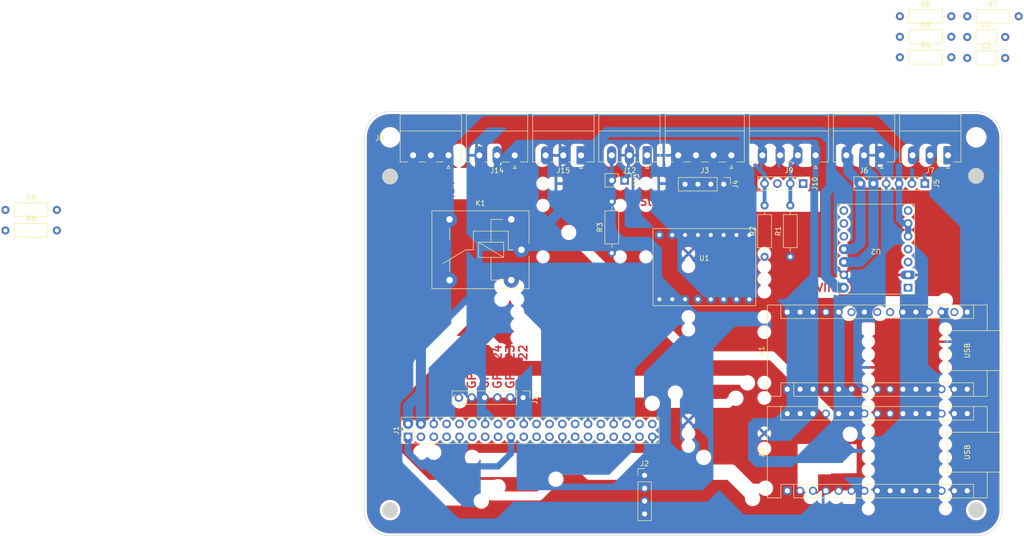
<source format=kicad_pcb>
(kicad_pcb (version 20211014) (generator pcbnew)
  (layers (0 "F.Cu" signal) (31 "B.Cu" signal) (34 "B.Paste" user) (35 "F.Paste" user) (36 "B.SilkS" user "B.Silkscreen") (37 "F.SilkS" user "F.Silkscreen") (38 "B.Mask" user) (39 "F.Mask" user) (44 "Edge.Cuts" user))
  (net 0 "")
  (net 1 "+12V")
  (net 2 "GND")
  (net 3 "+3.3V")
  (net 4 "Net-(J3-Pad1)")
  (net 5 "Net-(J3-Pad2)")
  (net 8 "+5V")
  (net 9 "Net-(J1-Pad3)")
  (net 10 "Net-(J1-Pad5)")
  (net 15 "Net-(A1-Pad5)")
  (net 18 "Net-(J5-Pad5)")
  (net 19 "Net-(J5-Pad6)")
  (net 21 "Net-(J1-Pad16)")
  (net 22 "Net-(J1-Pad18)")
  (net 30 "Net-(A1-Pad6)")
  (net 31 "Net-(J1-Pad13)")
  (net 32 "Net-(J1-Pad15)")
  (net 33 "Net-(A1-Pad8)")
  (net 34 "Net-(J1-Pad22)")
  (net 35 "Net-(A1-Pad9)")
  (net 37 "Net-(J1-Pad37)")
  (net 39 "Net-(A1-Pad10)")
  (net 41 "Net-(A1-Pad11)")
  (net 42 "Net-(A1-Pad12)")
  (net 43 "Net-(A1-Pad19)")
  (net 46 "Net-(A1-Pad15)")
  (net 75 "Net-(J1-Pad12)")
  (net 91 "Net-(J8-Pad1)")
  (net 95 "Net-(A2-Pad5)")
  (net 96 "Net-(A2-Pad6)")
  (net 97 "Net-(A2-Pad9)")
  (net 98 "Net-(A2-Pad10)")
  (net 99 "Net-(U1-Pad5)")
  (net 100 "Net-(U1-Pad6)")
  (net 101 "Net-(J5-Pad1)")
  (net 102 "Net-(J5-Pad2)")
  (net 103 "Net-(J15-Pad3)")
  (footprint "Resistor_THT:R_Axial_DIN0207_L6.3mm_D2.5mm_P10.16mm_Horizontal" (layer "F.Cu") (at 186.055 68.58 90)
    (fp_text reference "R3" (at 5.08 -2.37 90) (layer "F.SilkS"))
    (fp_text value "10k")
    (pad "1" thru_hole circle (at 0 0 90) (size 1.6 1.6) (drill 0.8) (layers *.Cu *.Mask) (net 8 "+5V"))
    (pad "2" thru_hole oval (at 10.16 0 90) (size 1.6 1.6) (drill 0.8) (layers *.Cu *.Mask) (net 39 "Net-(A1-Pad10)"))
  )
  (footprint "Resistor_THT:R_Axial_DIN0207_L6.3mm_D2.5mm_P10.16mm_Horizontal" (layer "F.Cu") (at 221.32 69.342 90)
    (fp_text reference "R1" (at 5.08 -2.37 90) (layer "F.SilkS"))
    (fp_text value "10k")
    (pad "1" thru_hole circle (at 0 0 90) (size 1.6 1.6) (drill 0.8) (layers *.Cu *.Mask) (net 8 "+5V"))
    (pad "2" thru_hole oval (at 10.16 0 90) (size 1.6 1.6) (drill 0.8) (layers *.Cu *.Mask) (net 41 "Net-(A1-Pad11)"))
  )
  (footprint "Connector_PinHeader_2.54mm:PinHeader_1x04_P2.54mm_Vertical" (layer "F.Cu") (at 208.153 54.991 -90)
    (fp_text reference "J4" (at 0 -2.33 90) (layer "F.SilkS"))
    (fp_text value "Conn_01x04_Male")
    (pad "1" thru_hole rect (at 0 0 270) (size 1.7 1.7) (drill 1) (layers *.Cu *.Mask) (net 4 "Net-(J3-Pad1)"))
    (pad "2" thru_hole oval (at 0 2.54 270) (size 1.7 1.7) (drill 1) (layers *.Cu *.Mask) (net 5 "Net-(J3-Pad2)"))
    (pad "3" thru_hole oval (at 0 5.08 270) (size 1.7 1.7) (drill 1) (layers *.Cu *.Mask) (net 99 "Net-(U1-Pad5)"))
    (pad "4" thru_hole oval (at 0 7.62 270) (size 1.7 1.7) (drill 1) (layers *.Cu *.Mask) (net 100 "Net-(U1-Pad6)"))
  )
  (footprint "Capacitor_THT:C_Axial_L3.8mm_D2.6mm_P7.50mm_Horizontal" (layer "F.Cu") (at 256.286 25.908)
    (fp_text reference "C1" (at 3.75 -2.42) (layer "F.SilkS"))
    (fp_text value "50pF")
    (pad "1" thru_hole circle (at 0 0) (size 1.6 1.6) (drill 0.8) (layers *.Cu *.Mask) (net 30 "Net-(A1-Pad6)"))
    (pad "2" thru_hole oval (at 7.5 0) (size 1.6 1.6) (drill 0.8) (layers *.Cu *.Mask) (net 2 "GND"))
  )
  (footprint "Resistor_THT:R_Axial_DIN0207_L6.3mm_D2.5mm_P10.16mm_Horizontal" (layer "F.Cu") (at 242.976 25.858)
    (fp_text reference "R5" (at 5.08 -2.37) (layer "F.SilkS"))
    (fp_text value "10k")
    (pad "1" thru_hole circle (at 0 0) (size 1.6 1.6) (drill 0.8) (layers *.Cu *.Mask) (net 2 "GND"))
    (pad "2" thru_hole oval (at 10.16 0) (size 1.6 1.6) (drill 0.8) (layers *.Cu *.Mask) (net 97 "Net-(A2-Pad9)"))
  )
  (footprint "Connector_Phoenix_MC:PhoenixContact_MC_1,5_3-G-3.5_1x03_P3.50mm_Horizontal" (layer "F.Cu") (at 179.975 49.2875 180)
    (fp_text reference "J15" (at 3.5 -3) (layer "F.SilkS"))
    (fp_text value "Conn_01x03_Male")
    (pad "1" thru_hole roundrect (at 0 0 180) (size 1.8 3.6) (drill 1.2) (layers *.Cu *.Mask) (roundrect_rratio 0.138889) (net 46 "Net-(A1-Pad15)"))
    (pad "2" thru_hole oval (at 3.5 0 180) (size 1.8 3.6) (drill 1.2) (layers *.Cu *.Mask) (net 75 "Net-(J1-Pad12)"))
    (pad "3" thru_hole oval (at 7 0 180) (size 1.8 3.6) (drill 1.2) (layers *.Cu *.Mask) (net 103 "Net-(J15-Pad3)"))
  )
  (footprint "Capacitor_THT:C_Axial_L3.8mm_D2.6mm_P7.50mm_Horizontal" (layer "F.Cu") (at 256.286 30.058)
    (fp_text reference "C2" (at 3.75 -2.42) (layer "F.SilkS"))
    (fp_text value "50pF")
    (pad "1" thru_hole circle (at 0 0) (size 1.6 1.6) (drill 0.8) (layers *.Cu *.Mask) (net 15 "Net-(A1-Pad5)"))
    (pad "2" thru_hole oval (at 7.5 0) (size 1.6 1.6) (drill 0.8) (layers *.Cu *.Mask) (net 2 "GND"))
  )
  (footprint "Connector_PinHeader_2.54mm:PinHeader_2x20_P2.54mm_Vertical" (layer "F.Cu") (at 145.796 104.902 90)
    (fp_text reference "J1" (at 1.27 -2.33 90) (layer "F.SilkS"))
    (fp_text value "Raspberry_Pi_2_3")
    (pad "1" thru_hole rect (at 0 0 90) (size 1.7 1.7) (drill 1) (layers *.Cu *.Mask) (net 3 "+3.3V"))
    (pad "2" thru_hole oval (at 2.54 0 90) (size 1.7 1.7) (drill 1) (layers *.Cu *.Mask) (net 8 "+5V"))
    (pad "3" thru_hole oval (at 0 2.54 90) (size 1.7 1.7) (drill 1) (layers *.Cu *.Mask) (net 9 "Net-(J1-Pad3)"))
    (pad "4" thru_hole oval (at 2.54 2.54 90) (size 1.7 1.7) (drill 1) (layers *.Cu *.Mask) (net 8 "+5V"))
    (pad "5" thru_hole oval (at 0 5.08 90) (size 1.7 1.7) (drill 1) (layers *.Cu *.Mask) (net 10 "Net-(J1-Pad5)"))
    (pad "6" thru_hole oval (at 2.54 5.08 90) (size 1.7 1.7) (drill 1) (layers *.Cu *.Mask) (net 2 "GND"))
    (pad "7" thru_hole oval (at 0 7.62 90) (size 1.7 1.7) (drill 1) (layers *.Cu *.Mask))
    (pad "8" thru_hole oval (at 2.54 7.62 90) (size 1.7 1.7) (drill 1) (layers *.Cu *.Mask))
    (pad "9" thru_hole oval (at 0 10.16 90) (size 1.7 1.7) (drill 1) (layers *.Cu *.Mask) (net 2 "GND"))
    (pad "10" thru_hole oval (at 2.54 10.16 90) (size 1.7 1.7) (drill 1) (layers *.Cu *.Mask))
    (pad "11" thru_hole oval (at 0 12.7 90) (size 1.7 1.7) (drill 1) (layers *.Cu *.Mask))
    (pad "12" thru_hole oval (at 2.54 12.7 90) (size 1.7 1.7) (drill 1) (layers *.Cu *.Mask) (net 75 "Net-(J1-Pad12)"))
    (pad "13" thru_hole oval (at 0 15.24 90) (size 1.7 1.7) (drill 1) (layers *.Cu *.Mask) (net 31 "Net-(J1-Pad13)"))
    (pad "14" thru_hole oval (at 2.54 15.24 90) (size 1.7 1.7) (drill 1) (layers *.Cu *.Mask) (net 2 "GND"))
    (pad "15" thru_hole oval (at 0 17.78 90) (size 1.7 1.7) (drill 1) (layers *.Cu *.Mask) (net 32 "Net-(J1-Pad15)"))
    (pad "16" thru_hole oval (at 2.54 17.78 90) (size 1.7 1.7) (drill 1) (layers *.Cu *.Mask) (net 21 "Net-(J1-Pad16)"))
    (pad "17" thru_hole oval (at 0 20.32 90) (size 1.7 1.7) (drill 1) (layers *.Cu *.Mask) (net 3 "+3.3V"))
    (pad "18" thru_hole oval (at 2.54 20.32 90) (size 1.7 1.7) (drill 1) (layers *.Cu *.Mask) (net 22 "Net-(J1-Pad18)"))
    (pad "19" thru_hole oval (at 0 22.86 90) (size 1.7 1.7) (drill 1) (layers *.Cu *.Mask))
    (pad "20" thru_hole oval (at 2.54 22.86 90) (size 1.7 1.7) (drill 1) (layers *.Cu *.Mask) (net 2 "GND"))
    (pad "21" thru_hole oval (at 0 25.4 90) (size 1.7 1.7) (drill 1) (layers *.Cu *.Mask))
    (pad "22" thru_hole oval (at 2.54 25.4 90) (size 1.7 1.7) (drill 1) (layers *.Cu *.Mask) (net 34 "Net-(J1-Pad22)"))
    (pad "23" thru_hole oval (at 0 27.94 90) (size 1.7 1.7) (drill 1) (layers *.Cu *.Mask))
    (pad "24" thru_hole oval (at 2.54 27.94 90) (size 1.7 1.7) (drill 1) (layers *.Cu *.Mask))
    (pad "25" thru_hole oval (at 0 30.48 90) (size 1.7 1.7) (drill 1) (layers *.Cu *.Mask) (net 2 "GND"))
    (pad "26" thru_hole oval (at 2.54 30.48 90) (size 1.7 1.7) (drill 1) (layers *.Cu *.Mask))
    (pad "27" thru_hole oval (at 0 33.02 90) (size 1.7 1.7) (drill 1) (layers *.Cu *.Mask))
    (pad "28" thru_hole oval (at 2.54 33.02 90) (size 1.7 1.7) (drill 1) (layers *.Cu *.Mask))
    (pad "29" thru_hole oval (at 0 35.56 90) (size 1.7 1.7) (drill 1) (layers *.Cu *.Mask))
    (pad "30" thru_hole oval (at 2.54 35.56 90) (size 1.7 1.7) (drill 1) (layers *.Cu *.Mask) (net 2 "GND"))
    (pad "31" thru_hole oval (at 0 38.1 90) (size 1.7 1.7) (drill 1) (layers *.Cu *.Mask))
    (pad "32" thru_hole oval (at 2.54 38.1 90) (size 1.7 1.7) (drill 1) (layers *.Cu *.Mask))
    (pad "33" thru_hole oval (at 0 40.64 90) (size 1.7 1.7) (drill 1) (layers *.Cu *.Mask))
    (pad "34" thru_hole oval (at 2.54 40.64 90) (size 1.7 1.7) (drill 1) (layers *.Cu *.Mask) (net 2 "GND"))
    (pad "35" thru_hole oval (at 0 43.18 90) (size 1.7 1.7) (drill 1) (layers *.Cu *.Mask))
    (pad "36" thru_hole oval (at 2.54 43.18 90) (size 1.7 1.7) (drill 1) (layers *.Cu *.Mask))
    (pad "37" thru_hole oval (at 0 45.72 90) (size 1.7 1.7) (drill 1) (layers *.Cu *.Mask) (net 37 "Net-(J1-Pad37)"))
    (pad "38" thru_hole oval (at 2.54 45.72 90) (size 1.7 1.7) (drill 1) (layers *.Cu *.Mask))
    (pad "39" thru_hole oval (at 0 48.26 90) (size 1.7 1.7) (drill 1) (layers *.Cu *.Mask) (net 2 "GND"))
    (pad "40" thru_hole oval (at 2.54 48.26 90) (size 1.7 1.7) (drill 1) (layers *.Cu *.Mask))
  )
  (footprint "Resistor_THT:R_Axial_DIN0207_L6.3mm_D2.5mm_P10.16mm_Horizontal" (layer "F.Cu") (at 256.286 21.808)
    (fp_text reference "R7" (at 5.08 -2.37) (layer "F.SilkS"))
    (fp_text value "2R2")
    (pad "1" thru_hole circle (at 0 0) (size 1.6 1.6) (drill 0.8) (layers *.Cu *.Mask) (net 15 "Net-(A1-Pad5)"))
    (pad "2" thru_hole oval (at 10.16 0) (size 1.6 1.6) (drill 0.8) (layers *.Cu *.Mask) (net 101 "Net-(J5-Pad1)"))
  )
  (footprint "Relay_THT:Relay_SPDT_Finder_36.11" (layer "F.Cu") (at 168.197 67.945 180)
    (fp_text reference "K1" (at 8.1 9.2) (layer "F.SilkS"))
    (fp_text value "FINDER-36.11")
    (pad "11" thru_hole circle (at 0 0 180) (size 3 3) (drill 1.3) (layers *.Cu *.Mask) (net 1 "+12V"))
    (pad "12" thru_hole circle (at 14.2 -6 180) (size 3 3) (drill 1.3) (layers *.Cu *.Mask) (net 2 "GND"))
    (pad "14" thru_hole circle (at 14.2 6 180) (size 3 3) (drill 1.3) (layers *.Cu *.Mask) (net 91 "Net-(J8-Pad1)"))
    (pad "A1" thru_hole circle (at 2 6 180) (size 3 3) (drill 1.3) (layers *.Cu *.Mask) (net 103 "Net-(J15-Pad3)"))
    (pad "A2" thru_hole circle (at 2 -6 180) (size 3 3) (drill 1.3) (layers *.Cu *.Mask) (net 2 "GND"))
  )
  (footprint "Connector_Phoenix_MC:PhoenixContact_MC_1,5_3-G-3.5_1x03_P3.50mm_Horizontal" (layer "F.Cu") (at 153.797 49.276 180)
    (fp_text reference "J8" (at 13.605 3.4) (layer "F.SilkS"))
    (fp_text value "Conn_01x03_Male")
    (pad "1" thru_hole roundrect (at 0 0 180) (size 1.8 3.6) (drill 1.2) (layers *.Cu *.Mask) (roundrect_rratio 0.1388888889) (net 91 "Net-(J8-Pad1)"))
    (pad "2" thru_hole oval (at 3.5 0 180) (size 1.8 3.6) (drill 1.2) (layers *.Cu *.Mask) (net 2 "GND"))
    (pad "3" thru_hole oval (at 7 0 180) (size 1.8 3.6) (drill 1.2) (layers *.Cu *.Mask) (net 8 "+5V"))
  )
  (footprint "Connector_Phoenix_MC:PhoenixContact_MC_1,5_4-G-3.5_1x04_P3.50mm_Horizontal" (layer "F.Cu") (at 226.314 49.276 180)
    (fp_text reference "J9" (at 5.25 -3) (layer "F.SilkS"))
    (fp_text value "Conn_01x04_Male")
    (pad "1" thru_hole roundrect (at 0 0 180) (size 1.8 3.6) (drill 1.2) (layers *.Cu *.Mask) (roundrect_rratio 0.1388888889) (net 2 "GND"))
    (pad "2" thru_hole oval (at 3.5 0 180) (size 1.8 3.6) (drill 1.2) (layers *.Cu *.Mask) (net 41 "Net-(A1-Pad11)"))
    (pad "3" thru_hole oval (at 7 0 180) (size 1.8 3.6) (drill 1.2) (layers *.Cu *.Mask) (net 2 "GND"))
    (pad "4" thru_hole oval (at 10.5 0 180) (size 1.8 3.6) (drill 1.2) (layers *.Cu *.Mask) (net 42 "Net-(A1-Pad12)"))
  )
  (footprint "Resistor_THT:R_Axial_DIN0207_L6.3mm_D2.5mm_P10.16mm_Horizontal" (layer "F.Cu") (at 66.24 60.077)
    (fp_text reference "R9" (at 5.08 -2.37) (layer "F.SilkS"))
    (fp_text value "10k")
    (pad "1" thru_hole circle (at 0 0) (size 1.6 1.6) (drill 0.8) (layers *.Cu *.Mask) (net 2 "GND"))
    (pad "2" thru_hole oval (at 10.16 0) (size 1.6 1.6) (drill 0.8) (layers *.Cu *.Mask) (net 75 "Net-(J1-Pad12)"))
  )
  (footprint "Resistor_THT:R_Axial_DIN0207_L6.3mm_D2.5mm_P10.16mm_Horizontal" (layer "F.Cu") (at 216.24 69.342 90)
    (fp_text reference "R2" (at 5.08 -2.37 90) (layer "F.SilkS"))
    (fp_text value "10k")
    (pad "1" thru_hole circle (at 0 0 90) (size 1.6 1.6) (drill 0.8) (layers *.Cu *.Mask) (net 8 "+5V"))
    (pad "2" thru_hole oval (at 10.16 0 90) (size 1.6 1.6) (drill 0.8) (layers *.Cu *.Mask) (net 42 "Net-(A1-Pad12)"))
  )
  (footprint "Connector_Phoenix_MC:PhoenixContact_MC_1,5_3-G-3.5_1x03_P3.50mm_Horizontal" (layer "F.Cu") (at 239.395 49.276 180)
    (fp_text reference "J6" (at 3.5 -3) (layer "F.SilkS"))
    (fp_text value "Conn_01x03_Male")
    (pad "1" thru_hole roundrect (at 0 0 180) (size 1.8 3.6) (drill 1.2) (layers *.Cu *.Mask) (roundrect_rratio 0.1388888889) (net 2 "GND"))
    (pad "2" thru_hole oval (at 3.5 0 180) (size 1.8 3.6) (drill 1.2) (layers *.Cu *.Mask) (net 18 "Net-(J5-Pad5)"))
    (pad "3" thru_hole oval (at 7 0 180) (size 1.8 3.6) (drill 1.2) (layers *.Cu *.Mask) (net 19 "Net-(J5-Pad6)"))
  )
  (footprint "Connector_PinHeader_2.54mm:PinHeader_1x02_P2.54mm_Vertical" (layer "F.Cu") (at 188.595 54.229 -90)
    (fp_text reference "J13" (at 0 -2.33 90) (layer "F.SilkS"))
    (fp_text value "Conn_01x02_Male")
    (pad "1" thru_hole rect (at 0 0 270) (size 1.7 1.7) (drill 1) (layers *.Cu *.Mask) (net 2 "GND"))
    (pad "2" thru_hole oval (at 0 2.54 270) (size 1.7 1.7) (drill 1) (layers *.Cu *.Mask) (net 39 "Net-(A1-Pad10)"))
  )
  (footprint "Connector_PinHeader_2.54mm:PinHeader_1x06_P2.54mm_Vertical" (layer "F.Cu") (at 247.904 54.864 -90)
    (fp_text reference "J5" (at 0 -2.33 -270) (layer "F.SilkS"))
    (fp_text value "Conn_01x06_Male")
    (pad "1" thru_hole rect (at 0 0 270) (size 1.7 1.7) (drill 1) (layers *.Cu *.Mask) (net 101 "Net-(J5-Pad1)"))
    (pad "2" thru_hole oval (at 0 2.54 270) (size 1.7 1.7) (drill 1) (layers *.Cu *.Mask) (net 102 "Net-(J5-Pad2)"))
    (pad "3" thru_hole oval (at 0 5.08 270) (size 1.7 1.7) (drill 1) (layers *.Cu *.Mask) (net 8 "+5V"))
    (pad "4" thru_hole oval (at 0 7.62 270) (size 1.7 1.7) (drill 1) (layers *.Cu *.Mask) (net 2 "GND"))
    (pad "5" thru_hole oval (at 0 10.16 270) (size 1.7 1.7) (drill 1) (layers *.Cu *.Mask) (net 18 "Net-(J5-Pad5)"))
    (pad "6" thru_hole oval (at 0 12.7 270) (size 1.7 1.7) (drill 1) (layers *.Cu *.Mask) (net 19 "Net-(J5-Pad6)"))
  )
  (footprint "Connector_PinHeader_2.54mm:PinHeader_1x06_P2.54mm_Vertical" (layer "F.Cu") (at 168.529 97.155 -90)
    (fp_text reference "J11" (at 0 -2.33 90) (layer "F.SilkS"))
    (fp_text value "Conn_01x06_Male")
    (pad "1" thru_hole rect (at 0 0 270) (size 1.7 1.7) (drill 1) (layers *.Cu *.Mask) (net 32 "Net-(J1-Pad15)"))
    (pad "2" thru_hole oval (at 0 2.54 270) (size 1.7 1.7) (drill 1) (layers *.Cu *.Mask) (net 21 "Net-(J1-Pad16)"))
    (pad "3" thru_hole oval (at 0 5.08 270) (size 1.7 1.7) (drill 1) (layers *.Cu *.Mask) (net 22 "Net-(J1-Pad18)"))
    (pad "4" thru_hole oval (at 0 7.62 270) (size 1.7 1.7) (drill 1) (layers *.Cu *.Mask) (net 34 "Net-(J1-Pad22)"))
    (pad "5" thru_hole oval (at 0 10.16 270) (size 1.7 1.7) (drill 1) (layers *.Cu *.Mask) (net 37 "Net-(J1-Pad37)"))
    (pad "6" thru_hole oval (at 0 12.7 270) (size 1.7 1.7) (drill 1) (layers *.Cu *.Mask) (net 31 "Net-(J1-Pad13)"))
  )
  (footprint "Connector_PinHeader_2.54mm:PinHeader_1x04_P2.54mm_Vertical" (layer "F.Cu") (at 223.86 54.864 -90)
    (fp_text reference "J10" (at 0 -2.33 90) (layer "F.SilkS"))
    (fp_text value "Conn_01x04_Male")
    (pad "1" thru_hole rect (at 0 0 270) (size 1.7 1.7) (drill 1) (layers *.Cu *.Mask) (net 2 "GND"))
    (pad "2" thru_hole oval (at 0 2.54 270) (size 1.7 1.7) (drill 1) (layers *.Cu *.Mask) (net 41 "Net-(A1-Pad11)"))
    (pad "3" thru_hole oval (at 0 5.08 270) (size 1.7 1.7) (drill 1) (layers *.Cu *.Mask) (net 2 "GND"))
    (pad "4" thru_hole oval (at 0 7.62 270) (size 1.7 1.7) (drill 1) (layers *.Cu *.Mask) (net 42 "Net-(A1-Pad12)"))
  )
  (footprint "Resistor_THT:R_Axial_DIN0207_L6.3mm_D2.5mm_P10.16mm_Horizontal" (layer "F.Cu") (at 242.976 21.808)
    (fp_text reference "R6" (at 5.08 -2.37) (layer "F.SilkS"))
    (fp_text value "2R2")
    (pad "1" thru_hole circle (at 0 0) (size 1.6 1.6) (drill 0.8) (layers *.Cu *.Mask) (net 30 "Net-(A1-Pad6)"))
    (pad "2" thru_hole oval (at 10.16 0) (size 1.6 1.6) (drill 0.8) (layers *.Cu *.Mask) (net 102 "Net-(J5-Pad2)"))
  )
  (footprint "Connector_Phoenix_MC:PhoenixContact_MC_1,5_3-G-3.5_1x03_P3.50mm_Horizontal" (layer "F.Cu") (at 166.878 49.2875 180)
    (fp_text reference "J14" (at 3.5 -3) (layer "F.SilkS"))
    (fp_text value "Conn_01x03_Male")
    (pad "1" thru_hole roundrect (at 0 0 180) (size 1.8 3.6) (drill 1.2) (layers *.Cu *.Mask) (roundrect_rratio 0.138889) (net 3 "+3.3V"))
    (pad "2" thru_hole oval (at 3.5 0 180) (size 1.8 3.6) (drill 1.2) (layers *.Cu *.Mask) (net 8 "+5V"))
    (pad "3" thru_hole oval (at 7 0 180) (size 1.8 3.6) (drill 1.2) (layers *.Cu *.Mask) (net 8 "+5V"))
  )
  (footprint "Custom:DRV8874 Single Brushed DC Motor Driver" (layer "F.Cu") (at 244.602 75.438 180)
    (fp_text reference "U2" (at 6.35 7.16 180 unlocked) (layer "F.SilkS"))
    (fp_text value "DRV8874_Single_Brushed_DC_Motor_Driver")
    (pad "1" thru_hole rect (at 0 0 180) (size 1.7 1.524) (drill 1) (layers *.Cu *.Mask))
    (pad "2" thru_hole oval (at 0 2.54 180) (size 3 1.7) (drill 1) (layers *.Cu *.Mask) (net 2 "GND"))
    (pad "3" thru_hole circle (at 0 5.08 180) (size 1.7 1.7) (drill 1) (layers *.Cu *.Mask) (net 35 "Net-(A1-Pad9)"))
    (pad "4" thru_hole circle (at 0 7.62 180) (size 1.7 1.7) (drill 1) (layers *.Cu *.Mask) (net 33 "Net-(A1-Pad8)"))
    (pad "5" thru_hole circle (at 0 10.16 180) (size 1.7 1.7) (drill 1) (layers *.Cu *.Mask) (net 8 "+5V"))
    (pad "6" thru_hole circle (at 0 12.7 180) (size 1.7 1.7) (drill 1) (layers *.Cu *.Mask) (net 8 "+5V"))
    (pad "7" thru_hole circle (at 0 15.24 180) (size 1.7 1.7) (drill 1) (layers *.Cu *.Mask))
    (pad "8" thru_hole circle (at 12.7 15.24 180) (size 1.7 1.7) (drill 1) (layers *.Cu *.Mask) (net 43 "Net-(A1-Pad19)"))
    (pad "9" thru_hole circle (at 12.7 12.7 180) (size 1.7 1.7) (drill 1) (layers *.Cu *.Mask))
    (pad "10" thru_hole circle (at 12.7 10.16 180) (size 1.7 1.7) (drill 1) (layers *.Cu *.Mask))
    (pad "11" thru_hole circle (at 12.7 7.62 180) (size 1.7 1.7) (drill 1) (layers *.Cu *.Mask) (net 19 "Net-(J5-Pad6)"))
    (pad "12" thru_hole circle (at 12.7 5.08 180) (size 1.7 1.7) (drill 1) (layers *.Cu *.Mask) (net 18 "Net-(J5-Pad5)"))
    (pad "13" thru_hole circle (at 12.7 2.54 180) (size 1.7 1.7) (drill 1) (layers *.Cu *.Mask) (net 2 "GND"))
    (pad "14" thru_hole circle (at 12.7 0 180) (size 1.7 1.7) (drill 1) (layers *.Cu *.Mask) (net 1 "+12V"))
  )
  (footprint "Connector_PinHeader_2.54mm:PinHeader_1x04_P2.54mm_Vertical" (layer "F.Cu") (at 192.532 112.522)
    (fp_text reference "J2" (at 0 -2.33) (layer "F.SilkS"))
    (fp_text value "Conn_01x04_Male")
    (pad "1" thru_hole rect (at 0 0) (size 1.7 1.7) (drill 1) (layers *.Cu *.Mask) (net 10 "Net-(J1-Pad5)"))
    (pad "2" thru_hole oval (at 0 2.54) (size 1.7 1.7) (drill 1) (layers *.Cu *.Mask) (net 9 "Net-(J1-Pad3)"))
    (pad "3" thru_hole oval (at 0 5.08) (size 1.7 1.7) (drill 1) (layers *.Cu *.Mask) (net 2 "GND"))
    (pad "4" thru_hole oval (at 0 7.62) (size 1.7 1.7) (drill 1) (layers *.Cu *.Mask) (net 3 "+3.3V"))
  )
  (footprint "Module:Arduino_Nano" (layer "F.Cu") (at 220.726 95.494 90)
    (fp_text reference "A1" (at 7.62 -5.08 90) (layer "F.SilkS"))
    (fp_text value "Arduino_Nano_v2.x")
    (fp_text user "USB" (at 7.62 35.56 90 unlocked) (layer "F.SilkS"))
    (pad "1" thru_hole rect (at 0 0 90) (size 1.6 1.6) (drill 1) (layers *.Cu *.Mask))
    (pad "2" thru_hole oval (at 0 2.54 90) (size 1.6 1.6) (drill 1) (layers *.Cu *.Mask))
    (pad "3" thru_hole oval (at 0 5.08 90) (size 1.6 1.6) (drill 1) (layers *.Cu *.Mask))
    (pad "4" thru_hole oval (at 0 7.62 90) (size 1.6 1.6) (drill 1) (layers *.Cu *.Mask) (net 2 "GND"))
    (pad "5" thru_hole oval (at 0 10.16 90) (size 1.6 1.6) (drill 1) (layers *.Cu *.Mask) (net 15 "Net-(A1-Pad5)"))
    (pad "6" thru_hole oval (at 0 12.7 90) (size 1.6 1.6) (drill 1) (layers *.Cu *.Mask) (net 30 "Net-(A1-Pad6)"))
    (pad "7" thru_hole oval (at 0 15.24 90) (size 1.6 1.6) (drill 1) (layers *.Cu *.Mask))
    (pad "8" thru_hole oval (at 0 17.78 90) (size 1.6 1.6) (drill 1) (layers *.Cu *.Mask) (net 33 "Net-(A1-Pad8)"))
    (pad "9" thru_hole oval (at 0 20.32 90) (size 1.6 1.6) (drill 1) (layers *.Cu *.Mask) (net 35 "Net-(A1-Pad9)"))
    (pad "10" thru_hole oval (at 0 22.86 90) (size 1.6 1.6) (drill 1) (layers *.Cu *.Mask) (net 39 "Net-(A1-Pad10)"))
    (pad "11" thru_hole oval (at 0 25.4 90) (size 1.6 1.6) (drill 1) (layers *.Cu *.Mask) (net 41 "Net-(A1-Pad11)"))
    (pad "12" thru_hole oval (at 0 27.94 90) (size 1.6 1.6) (drill 1) (layers *.Cu *.Mask) (net 42 "Net-(A1-Pad12)"))
    (pad "13" thru_hole oval (at 0 30.48 90) (size 1.6 1.6) (drill 1) (layers *.Cu *.Mask))
    (pad "14" thru_hole oval (at 0 33.02 90) (size 1.6 1.6) (drill 1) (layers *.Cu *.Mask))
    (pad "15" thru_hole oval (at 0 35.56 90) (size 1.6 1.6) (drill 1) (layers *.Cu *.Mask) (net 46 "Net-(A1-Pad15)"))
    (pad "16" thru_hole oval (at 15.24 35.56 90) (size 1.6 1.6) (drill 1) (layers *.Cu *.Mask))
    (pad "17" thru_hole oval (at 15.24 33.02 90) (size 1.6 1.6) (drill 1) (layers *.Cu *.Mask))
    (pad "18" thru_hole oval (at 15.24 30.48 90) (size 1.6 1.6) (drill 1) (layers *.Cu *.Mask))
    (pad "19" thru_hole oval (at 15.24 27.94 90) (size 1.6 1.6) (drill 1) (layers *.Cu *.Mask) (net 43 "Net-(A1-Pad19)"))
    (pad "20" thru_hole oval (at 15.24 25.4 90) (size 1.6 1.6) (drill 1) (layers *.Cu *.Mask))
    (pad "21" thru_hole oval (at 15.24 22.86 90) (size 1.6 1.6) (drill 1) (layers *.Cu *.Mask))
    (pad "22" thru_hole oval (at 15.24 20.32 90) (size 1.6 1.6) (drill 1) (layers *.Cu *.Mask))
    (pad "23" thru_hole oval (at 15.24 17.78 90) (size 1.6 1.6) (drill 1) (layers *.Cu *.Mask))
    (pad "24" thru_hole oval (at 15.24 15.24 90) (size 1.6 1.6) (drill 1) (layers *.Cu *.Mask))
    (pad "25" thru_hole oval (at 15.24 12.7 90) (size 1.6 1.6) (drill 1) (layers *.Cu *.Mask))
    (pad "26" thru_hole oval (at 15.24 10.16 90) (size 1.6 1.6) (drill 1) (layers *.Cu *.Mask))
    (pad "27" thru_hole oval (at 15.24 7.62 90) (size 1.6 1.6) (drill 1) (layers *.Cu *.Mask) (net 8 "+5V"))
    (pad "28" thru_hole oval (at 15.24 5.08 90) (size 1.6 1.6) (drill 1) (layers *.Cu *.Mask))
    (pad "29" thru_hole oval (at 15.24 2.54 90) (size 1.6 1.6) (drill 1) (layers *.Cu *.Mask) (net 2 "GND"))
    (pad "30" thru_hole oval (at 15.24 0 90) (size 1.6 1.6) (drill 1) (layers *.Cu *.Mask))
  )
  (footprint "Connector_Phoenix_MC:PhoenixContact_MC_1,5_3-G-3.5_1x03_P3.50mm_Horizontal" (layer "F.Cu") (at 252.476 49.276 180)
    (fp_text reference "J7" (at 3.5 -3) (layer "F.SilkS"))
    (fp_text value "Conn_01x03_Male")
    (pad "1" thru_hole roundrect (at 0 0 180) (size 1.8 3.6) (drill 1.2) (layers *.Cu *.Mask) (roundrect_rratio 0.1388888889) (net 101 "Net-(J5-Pad1)"))
    (pad "2" thru_hole oval (at 3.5 0 180) (size 1.8 3.6) (drill 1.2) (layers *.Cu *.Mask) (net 102 "Net-(J5-Pad2)"))
    (pad "3" thru_hole oval (at 7 0 180) (size 1.8 3.6) (drill 1.2) (layers *.Cu *.Mask) (net 8 "+5V"))
  )
  (footprint "Custom:TMC2208 - Driverboard" (layer "F.Cu") (at 218.313 71.374 -90)
    (fp_text reference "U1" (at -1.77 13.97 unlocked) (layer "F.SilkS"))
    (fp_text value "TMC2208_-_Driver_board")
    (pad "1" thru_hole rect (at -6.35 5.08 270) (size 1.7 1.7) (drill 0.8) (layers *.Cu *.Mask) (net 1 "+12V"))
    (pad "2" thru_hole circle (at -6.35 7.62 270) (size 1.7 1.7) (drill 0.8) (layers *.Cu *.Mask) (net 2 "GND"))
    (pad "3" thru_hole circle (at -6.35 10.16 270) (size 1.7 1.7) (drill 0.8) (layers *.Cu *.Mask) (net 4 "Net-(J3-Pad1)"))
    (pad "4" thru_hole circle (at -6.35 12.7 270) (size 1.7 1.7) (drill 0.8) (layers *.Cu *.Mask) (net 5 "Net-(J3-Pad2)"))
    (pad "5" thru_hole circle (at -6.35 15.24 270) (size 1.7 1.7) (drill 0.8) (layers *.Cu *.Mask) (net 99 "Net-(U1-Pad5)"))
    (pad "6" thru_hole circle (at -6.35 17.78 270) (size 1.7 1.7) (drill 0.8) (layers *.Cu *.Mask) (net 100 "Net-(U1-Pad6)"))
    (pad "7" thru_hole circle (at -6.35 20.32 270) (size 1.7 1.7) (drill 0.8) (layers *.Cu *.Mask) (net 8 "+5V"))
    (pad "8" thru_hole circle (at -6.35 22.86 270) (size 1.7 1.7) (drill 0.8) (layers *.Cu *.Mask) (net 2 "GND"))
    (pad "9" thru_hole circle (at 6.35 22.86 270) (size 1.7 1.7) (drill 0.8) (layers *.Cu *.Mask) (net 95 "Net-(A2-Pad5)"))
    (pad "10" thru_hole circle (at 6.35 20.32 270) (size 1.7 1.7) (drill 0.8) (layers *.Cu *.Mask) (net 96 "Net-(A2-Pad6)"))
    (pad "11" thru_hole circle (at 6.35 17.78 270) (size 1.7 1.7) (drill 0.8) (layers *.Cu *.Mask))
    (pad "12" thru_hole circle (at 6.35 15.24 270) (size 1.7 1.7) (drill 0.8) (layers *.Cu *.Mask))
    (pad "13" thru_hole circle (at 6.35 12.7 270) (size 1.7 1.7) (drill 0.8) (layers *.Cu *.Mask))
    (pad "14" thru_hole circle (at 6.35 10.16 270) (size 1.7 1.7) (drill 0.8) (layers *.Cu *.Mask) (net 97 "Net-(A2-Pad9)"))
    (pad "15" thru_hole circle (at 6.35 7.62 270) (size 1.7 1.7) (drill 0.8) (layers *.Cu *.Mask) (net 98 "Net-(A2-Pad10)"))
    (pad "16" thru_hole circle (at 6.35 5.08 270) (size 1.7 1.7) (drill 0.8) (layers *.Cu *.Mask) (net 2 "GND"))
  )
  (footprint "Connector_Phoenix_MC:PhoenixContact_MC_1,5_4-G-3.5_1x04_P3.50mm_Horizontal" (layer "F.Cu") (at 209.677 49.276 180)
    (fp_text reference "J3" (at 5.25 -3) (layer "F.SilkS"))
    (fp_text value "Conn_01x04_Male")
    (pad "1" thru_hole roundrect (at 0 0 180) (size 1.8 3.6) (drill 1.2) (layers *.Cu *.Mask) (roundrect_rratio 0.1388888889) (net 4 "Net-(J3-Pad1)"))
    (pad "2" thru_hole oval (at 3.5 0 180) (size 1.8 3.6) (drill 1.2) (layers *.Cu *.Mask) (net 5 "Net-(J3-Pad2)"))
    (pad "3" thru_hole oval (at 7 0 180) (size 1.8 3.6) (drill 1.2) (layers *.Cu *.Mask) (net 99 "Net-(U1-Pad5)"))
    (pad "4" thru_hole oval (at 10.5 0 180) (size 1.8 3.6) (drill 1.2) (layers *.Cu *.Mask) (net 100 "Net-(U1-Pad6)"))
  )
  (footprint "Resistor_THT:R_Axial_DIN0207_L6.3mm_D2.5mm_P10.16mm_Horizontal" (layer "F.Cu") (at 242.976 29.908)
    (fp_text reference "R4" (at 5.08 -2.37) (layer "F.SilkS"))
    (fp_text value "10k")
    (pad "1" thru_hole circle (at 0 0) (size 1.6 1.6) (drill 0.8) (layers *.Cu *.Mask) (net 2 "GND"))
    (pad "2" thru_hole oval (at 10.16 0) (size 1.6 1.6) (drill 0.8) (layers *.Cu *.Mask) (net 98 "Net-(A2-Pad10)"))
  )
  (footprint "Module:Arduino_Nano" (layer "F.Cu") (at 220.726 115.56 90)
    (fp_text reference "A2" (at 7.62 -5.08 90) (layer "F.SilkS"))
    (fp_text value "Arduino_Nano_v2.x")
    (fp_text user "USB" (at 7.62 35.56 90 unlocked) (layer "F.SilkS"))
    (pad "1" thru_hole rect (at 0 0 90) (size 1.6 1.6) (drill 1) (layers *.Cu *.Mask))
    (pad "2" thru_hole oval (at 0 2.54 90) (size 1.6 1.6) (drill 1) (layers *.Cu *.Mask))
    (pad "3" thru_hole oval (at 0 5.08 90) (size 1.6 1.6) (drill 1) (layers *.Cu *.Mask))
    (pad "4" thru_hole oval (at 0 7.62 90) (size 1.6 1.6) (drill 1) (layers *.Cu *.Mask) (net 2 "GND"))
    (pad "5" thru_hole oval (at 0 10.16 90) (size 1.6 1.6) (drill 1) (layers *.Cu *.Mask) (net 95 "Net-(A2-Pad5)"))
    (pad "6" thru_hole oval (at 0 12.7 90) (size 1.6 1.6) (drill 1) (layers *.Cu *.Mask) (net 96 "Net-(A2-Pad6)"))
    (pad "7" thru_hole oval (at 0 15.24 90) (size 1.6 1.6) (drill 1) (layers *.Cu *.Mask))
    (pad "8" thru_hole oval (at 0 17.78 90) (size 1.6 1.6) (drill 1) (layers *.Cu *.Mask))
    (pad "9" thru_hole oval (at 0 20.32 90) (size 1.6 1.6) (drill 1) (layers *.Cu *.Mask) (net 97 "Net-(A2-Pad9)"))
    (pad "10" thru_hole oval (at 0 22.86 90) (size 1.6 1.6) (drill 1) (layers *.Cu *.Mask) (net 98 "Net-(A2-Pad10)"))
    (pad "11" thru_hole oval (at 0 25.4 90) (size 1.6 1.6) (drill 1) (layers *.Cu *.Mask))
    (pad "12" thru_hole oval (at 0 27.94 90) (size 1.6 1.6) (drill 1) (layers *.Cu *.Mask))
    (pad "13" thru_hole oval (at 0 30.48 90) (size 1.6 1.6) (drill 1) (layers *.Cu *.Mask))
    (pad "14" thru_hole oval (at 0 33.02 90) (size 1.6 1.6) (drill 1) (layers *.Cu *.Mask))
    (pad "15" thru_hole oval (at 0 35.56 90) (size 1.6 1.6) (drill 1) (layers *.Cu *.Mask) (net 46 "Net-(A1-Pad15)"))
    (pad "16" thru_hole oval (at 15.24 35.56 90) (size 1.6 1.6) (drill 1) (layers *.Cu *.Mask))
    (pad "17" thru_hole oval (at 15.24 33.02 90) (size 1.6 1.6) (drill 1) (layers *.Cu *.Mask))
    (pad "18" thru_hole oval (at 15.24 30.48 90) (size 1.6 1.6) (drill 1) (layers *.Cu *.Mask))
    (pad "19" thru_hole oval (at 15.24 27.94 90) (size 1.6 1.6) (drill 1) (layers *.Cu *.Mask))
    (pad "20" thru_hole oval (at 15.24 25.4 90) (size 1.6 1.6) (drill 1) (layers *.Cu *.Mask))
    (pad "21" thru_hole oval (at 15.24 22.86 90) (size 1.6 1.6) (drill 1) (layers *.Cu *.Mask))
    (pad "22" thru_hole oval (at 15.24 20.32 90) (size 1.6 1.6) (drill 1) (layers *.Cu *.Mask))
    (pad "23" thru_hole oval (at 15.24 17.78 90) (size 1.6 1.6) (drill 1) (layers *.Cu *.Mask))
    (pad "24" thru_hole oval (at 15.24 15.24 90) (size 1.6 1.6) (drill 1) (layers *.Cu *.Mask))
    (pad "25" thru_hole oval (at 15.24 12.7 90) (size 1.6 1.6) (drill 1) (layers *.Cu *.Mask))
    (pad "26" thru_hole oval (at 15.24 10.16 90) (size 1.6 1.6) (drill 1) (layers *.Cu *.Mask))
    (pad "27" thru_hole oval (at 15.24 7.62 90) (size 1.6 1.6) (drill 1) (layers *.Cu *.Mask) (net 8 "+5V"))
    (pad "28" thru_hole oval (at 15.24 5.08 90) (size 1.6 1.6) (drill 1) (layers *.Cu *.Mask))
    (pad "29" thru_hole oval (at 15.24 2.54 90) (size 1.6 1.6) (drill 1) (layers *.Cu *.Mask) (net 2 "GND"))
    (pad "30" thru_hole oval (at 15.24 0 90) (size 1.6 1.6) (drill 1) (layers *.Cu *.Mask))
  )
  (footprint "Connector_Phoenix_MC:PhoenixContact_MC_1,5_3-G-3.5_1x03_P3.50mm_Horizontal" (layer "F.Cu") (at 193.04 49.276 180)
    (fp_text reference "J12" (at 3.5 -3) (layer "F.SilkS"))
    (fp_text value "Conn_01x03_Male")
    (pad "1" thru_hole roundrect (at 0 0 180) (size 1.8 3.6) (drill 1.2) (layers *.Cu *.Mask) (roundrect_rratio 0.1388888889))
    (pad "2" thru_hole oval (at 3.5 0 180) (size 1.8 3.6) (drill 1.2) (layers *.Cu *.Mask) (net 2 "GND"))
    (pad "3" thru_hole oval (at 7 0 180) (size 1.8 3.6) (drill 1.2) (layers *.Cu *.Mask) (net 39 "Net-(A1-Pad10)"))
  )
  (footprint "Resistor_THT:R_Axial_DIN0207_L6.3mm_D2.5mm_P10.16mm_Horizontal" (layer "F.Cu") (at 66.24 64.127)
    (fp_text reference "R8" (at 5.08 -2.37) (layer "F.SilkS"))
    (fp_text value "10k")
    (pad "1" thru_hole circle (at 0 0) (size 1.6 1.6) (drill 0.8) (layers *.Cu *.Mask) (net 2 "GND"))
    (pad "2" thru_hole oval (at 10.16 0) (size 1.6 1.6) (drill 0.8) (layers *.Cu *.Mask) (net 46 "Net-(A1-Pad15)"))
  )
  (gr_arc (start 137.16 45.72) (mid 138.647898 42.127898) (end 142.24 40.64) (layer "Edge.Cuts") (width 0.1))
  (gr_circle (center 258.0279 53.34) (end 259.5519 53.34) (layer "Edge.Cuts") (width 0.1) (fill solid))
  (gr_circle (center 258.064 119.38) (end 259.588 119.38) (layer "Edge.Cuts") (width 0.1) (fill solid))
  (gr_arc (start 142.24 124.46) (mid 138.647898 122.972102) (end 137.16 119.38) (layer "Edge.Cuts") (width 0.1))
  (gr_line (start 258.027898 40.64) (end 142.24 40.64) (layer "Edge.Cuts") (width 0.1))
  (gr_circle (center 142.24 53.467) (end 143.764 53.467) (layer "Edge.Cuts") (width 0.1) (fill solid))
  (gr_arc (start 258.027898 40.64) (mid 261.632787 42.140676) (end 263.107898 45.756102) (layer "Edge.Cuts") (width 0.1))
  (gr_circle (center 142.24 119.38) (end 143.764 119.38) (layer "Edge.Cuts") (width 0.1) (fill solid))
  (gr_line (start 263.144 119.38) (end 263.107898 45.756102) (layer "Edge.Cuts") (width 0.1))
  (gr_line (start 142.24 124.46) (end 258.064 124.46) (layer "Edge.Cuts") (width 0.1))
  (gr_line (start 137.16 45.72) (end 137.16 119.38) (layer "Edge.Cuts") (width 0.1))
  (gr_arc (start 263.144 119.38) (mid 261.656102 122.972102) (end 258.064 124.46) (layer "Edge.Cuts") (width 0.1))
  (gr_text "GPIO25" (at 160.909 91.059 90) (layer "F.Cu") (effects (font (size 1.6 1.6) (thickness 0.3))))
  (gr_text "DC motor\n" (at 256.286 54.864) (layer "F.Cu") (effects (font (size 1.6 1.6) (thickness 0.3))))
  (gr_text "GPIO22\n" (at 168.529 91.059 90) (layer "F.Cu") (effects (font (size 1.6 1.6) (thickness 0.3))))
  (gr_text "GPIO23\n" (at 165.989 91.059 90) (layer "F.Cu") (effects (font (size 1.6 1.6) (thickness 0.3))))
  (gr_text "Stepper motor" (at 200.152 58.42) (layer "F.Cu") (effects (font (size 1.6 1.6) (thickness 0.3))))
  (gr_text "+12V\n" (at 153.924 55.245 270) (layer "F.Cu") (effects (font (size 1.6 1.7) (thickness 0.3))))
  (gr_text "VIN" (at 228.346 75.438) (layer "F.Cu") (effects (font (size 1.6 1.6) (thickness 0.3))))
  (gr_text "+5V" (at 146.685 54.356 270) (layer "F.Cu") (effects (font (size 1.6 1.6) (thickness 0.3))))
  (gr_text "GPIO24\n" (at 163.449 91.059 90) (layer "F.Cu") (effects (font (size 1.6 1.6) (thickness 0.3))))
  (gr_text "GPIO27" (at 155.829 91.059 90) (layer "F.Cu") (effects (font (size 1.6 1.6) (thickness 0.3))))
  (gr_text "GPIO26\n" (at 158.369 91.059 90) (layer "F.Cu") (effects (font (size 1.6 1.6) (thickness 0.3))))
  (segment (start 168.197 67.945) (end 182.88 53.262) (width 2) (layer "B.Cu") (net 1))
  (segment (start 213.233 52.451) (end 212.217 51.435) (width 2) (layer "B.Cu") (net 1))
  (segment (start 213.233 65.024) (end 213.233 52.451) (width 2) (layer "B.Cu") (net 1))
  (segment (start 212.217 51.435) (end 212.217 44.704) (width 2) (layer "B.Cu") (net 1))
  (segment (start 229.362 46.482) (end 229.362 55.626) (width 2) (layer "B.Cu") (net 1))
  (segment (start 212.217 44.704) (end 227.584 44.704) (width 2) (layer "B.Cu") (net 1))
  (segment (start 228.346 73.152) (end 230.632 75.438) (width 2) (layer "B.Cu") (net 1))
  (segment (start 182.88 46.99) (end 185.166 44.704) (width 2) (layer "B.Cu") (net 1))
  (segment (start 229.362 55.626) (end 228.346 56.642) (width 2) (layer "B.Cu") (net 1))
  (segment (start 230.632 75.438) (end 231.902 75.438) (width 2) (layer "B.Cu") (net 1))
  (segment (start 185.166 44.704) (end 212.217 44.704) (width 2) (layer "B.Cu") (net 1))
  (segment (start 228.346 56.642) (end 228.346 73.152) (width 2) (layer "B.Cu") (net 1))
  (segment (start 182.88 53.262) (end 182.88 46.99) (width 2) (layer "B.Cu") (net 1))
  (segment (start 227.584 44.704) (end 229.362 46.482) (width 2) (layer "B.Cu") (net 1))
  (segment (start 163.576 110.744) (end 148.59 110.744) (width 1.25) (layer "B.Cu") (net 3))
  (segment (start 148.59 110.744) (end 145.796 107.95) (width 1.25) (layer "B.Cu") (net 3))
  (segment (start 166.116 104.902) (end 166.116 108.204) (width 1.25) (layer "B.Cu") (net 3))
  (segment (start 145.796 107.95) (end 145.796 104.902) (width 1.25) (layer "B.Cu") (net 3))
  (segment (start 166.116 108.204) (end 163.576 110.744) (width 1.25) (layer "B.Cu") (net 3))
  (segment (start 208.153 54.991) (end 208.153 65.024) (width 2) (layer "B.Cu") (net 4))
  (segment (start 209.677 49.276) (end 209.677 53.467) (width 2) (layer "B.Cu") (net 4))
  (segment (start 209.677 53.467) (end 208.153 54.991) (width 2) (layer "B.Cu") (net 4))
  (segment (start 206.177 52.014) (end 205.613 52.578) (width 2) (layer "B.Cu") (net 5))
  (segment (start 206.177 49.276) (end 206.177 52.014) (width 2) (layer "B.Cu") (net 5))
  (segment (start 205.613 54.991) (end 205.613 65.024) (width 2) (layer "B.Cu") (net 5))
  (segment (start 205.613 52.578) (end 205.613 54.991) (width 2) (layer "B.Cu") (net 5))
  (segment (start 145.796 98.806) (end 148.336 96.266) (width 2) (layer "B.Cu") (net 8))
  (segment (start 243.586 62.738) (end 244.602 62.738) (width 1.25) (layer "B.Cu") (net 8))
  (segment (start 146.797 52.309) (end 146.797 49.276) (width 2) (layer "B.Cu") (net 8))
  (segment (start 151.765 83.439) (end 148.336 83.439) (width 1.25) (layer "B.Cu") (net 8))
  (segment (start 145.796 102.362) (end 145.796 98.806) (width 2) (layer "B.Cu") (net 8))
  (segment (start 159.878 52.563) (end 159.878 75.326) (width 1.25) (layer "B.Cu") (net 8))
  (segment (start 148.336 96.266) (end 148.336 102.362) (width 2) (layer "B.Cu") (net 8))
  (segment (start 242.824 54.864) (end 242.824 51.42) (width 1.25) (layer "B.Cu") (net 8))
  (segment (start 148.336 83.439) (end 148.336 53.848) (width 2) (layer "B.Cu") (net 8))
  (segment (start 244.602 62.738) (end 244.602 65.278) (width 1.25) (layer "B.Cu") (net 8))
  (segment (start 148.336 101.854) (end 148.336 83.439) (width 2) (layer "B.Cu") (net 8))
  (segment (start 159.878 75.326) (end 151.765 83.439) (width 1.25) (layer "B.Cu") (net 8))
  (segment (start 162.448 52.563) (end 159.878 52.563) (width 1.25) (layer "B.Cu") (net 8))
  (segment (start 163.378 49.2875) (end 163.378 51.633) (width 1.25) (layer "B.Cu") (net 8))
  (segment (start 159.878 49.2875) (end 159.878 52.563) (width 1.25) (layer "B.Cu") (net 8))
  (segment (start 242.824 54.864) (end 242.824 61.976) (width 1.25) (layer "B.Cu") (net 8))
  (segment (start 242.824 61.976) (end 243.586 62.738) (width 1.25) (layer "B.Cu") (net 8))
  (segment (start 163.378 51.633) (end 162.448 52.563) (width 1.25) (layer "B.Cu") (net 8))
  (segment (start 148.336 53.848) (end 146.797 52.309) (width 2) (layer "B.Cu") (net 8))
  (segment (start 235.052346 70.358) (end 237.744 67.666346) (width 2) (layer "B.Cu") (net 18))
  (segment (start 237.744 54.864) (end 237.744 53.594) (width 2) (layer "B.Cu") (net 18))
  (segment (start 237.744 53.594) (end 235.895 51.745) (width 2) (layer "B.Cu") (net 18))
  (segment (start 237.744 67.666346) (end 237.744 54.864) (width 2) (layer "B.Cu") (net 18))
  (segment (start 235.895 51.745) (end 235.895 49.276) (width 2) (layer "B.Cu") (net 18))
  (segment (start 231.902 70.358) (end 235.052346 70.358) (width 2) (layer "B.Cu") (net 18))
  (segment (start 231.902 67.818) (end 233.934 67.818) (width 2) (layer "B.Cu") (net 19))
  (segment (start 232.776 49.657) (end 232.395 49.276) (width 2) (layer "B.Cu") (net 19))
  (segment (start 232.776 52.436) (end 232.776 49.657) (width 2) (layer "B.Cu") (net 19))
  (segment (start 235.204 66.548) (end 235.204 54.864) (width 2) (layer "B.Cu") (net 19))
  (segment (start 235.204 54.864) (end 232.776 52.436) (width 2) (layer "B.Cu") (net 19))
  (segment (start 233.934 67.818) (end 235.204 66.548) (width 2) (layer "B.Cu") (net 19))
  (segment (start 163.449 97.155) (end 163.449 96.647) (width 0.75) (layer "B.Cu") (net 22))
  (segment (start 186.04 54.214) (end 186.055 54.229) (width 0.75) (layer "B.Cu") (net 39))
  (segment (start 186.04 49.276) (end 186.04 54.214) (width 0.75) (layer "B.Cu") (net 39))
  (segment (start 186.055 54.229) (end 186.055 58.42) (width 0.75) (layer "B.Cu") (net 39))
  (segment (start 221.32 59.182) (end 221.32 54.864) (width 0.75) (layer "B.Cu") (net 41))
  (segment (start 222.814 49.276) (end 221.376 50.714) (width 0.75) (layer "B.Cu") (net 41))
  (segment (start 221.376 50.714) (end 221.376 54.808) (width 0.75) (layer "B.Cu") (net 41))
  (segment (start 221.376 54.808) (end 221.32 54.864) (width 0.75) (layer "B.Cu") (net 41))
  (segment (start 216.24 53.086) (end 216.24 54.864) (width 0.75) (layer "B.Cu") (net 42))
  (segment (start 216.24 59.182) (end 216.24 54.864) (width 0.75) (layer "B.Cu") (net 42))
  (segment (start 214.376 51.222) (end 216.24 53.086) (width 0.75) (layer "B.Cu") (net 42))
  (segment (start 153.797 49.276) (end 153.797 61.745) (width 2) (layer "B.Cu") (net 91))
  (segment (start 153.797 61.745) (end 153.997 61.945) (width 2) (layer "B.Cu") (net 91))
  (segment (start 202.677 49.276) (end 202.677 52.055) (width 2) (layer "B.Cu") (net 99))
  (segment (start 203.073 54.991) (end 203.073 65.024) (width 2) (layer "B.Cu") (net 99))
  (segment (start 202.677 52.055) (end 203.073 52.451) (width 2) (layer "B.Cu") (net 99))
  (segment (start 203.073 52.451) (end 203.073 54.991) (width 2) (layer "B.Cu") (net 99))
  (segment (start 199.177 53.635) (end 200.533 54.991) (width 2) (layer "B.Cu") (net 100))
  (segment (start 200.533 54.991) (end 200.533 65.024) (width 2) (layer "B.Cu") (net 100))
  (segment (start 199.177 49.276) (end 199.177 53.635) (width 2) (layer "B.Cu") (net 100))
  (segment (start 247.904 54.864) (end 247.904 53.086) (width 0.75) (layer "B.Cu") (net 101))
  (segment (start 245.364 54.864) (end 245.364 52.126) (width 0.75) (layer "B.Cu") (net 102))
  (zone (net 2) (net_name "GND") (layers F&B.Cu) (connect_pads (clearance 0.508)) (min_thickness 0.254) (fill yes (thermal_gap 0.508) (thermal_bridge_width 0.508))
    (polygon (pts (xy 263.144 124.46) (xy 137.16 124.46) (xy 137.16 40.64) (xy 263.144 40.64)))
  )
)
</source>
